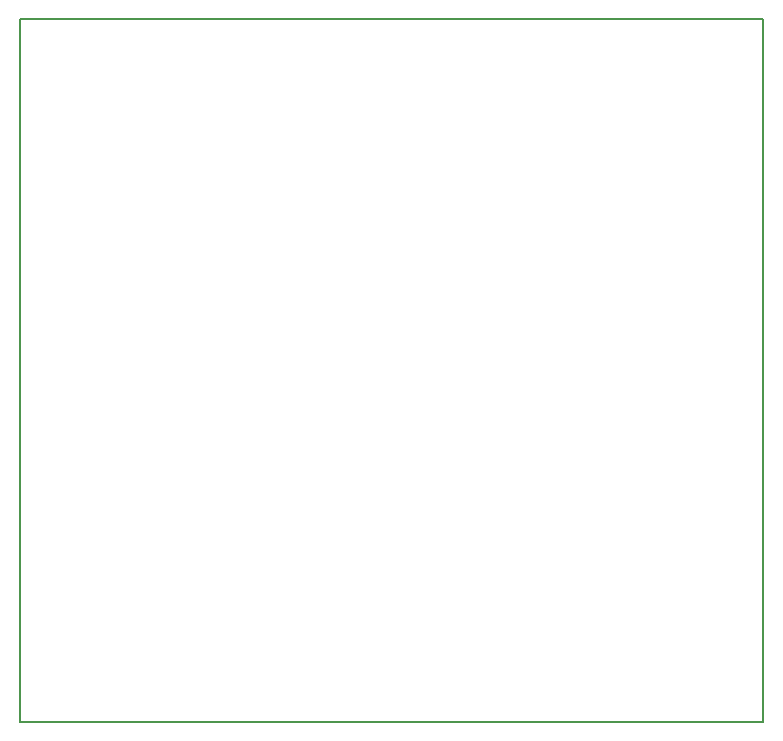
<source format=gbo>
G04 MADE WITH FRITZING*
G04 WWW.FRITZING.ORG*
G04 DOUBLE SIDED*
G04 HOLES PLATED*
G04 CONTOUR ON CENTER OF CONTOUR VECTOR*
%ASAXBY*%
%FSLAX23Y23*%
%MOIN*%
%OFA0B0*%
%SFA1.0B1.0*%
%ADD10R,2.484800X2.352090X2.468800X2.336090*%
%ADD11C,0.008000*%
%LNSILK0*%
G90*
G70*
G54D11*
X4Y2348D02*
X2481Y2348D01*
X2481Y4D01*
X4Y4D01*
X4Y2348D01*
D02*
G04 End of Silk0*
M02*
</source>
